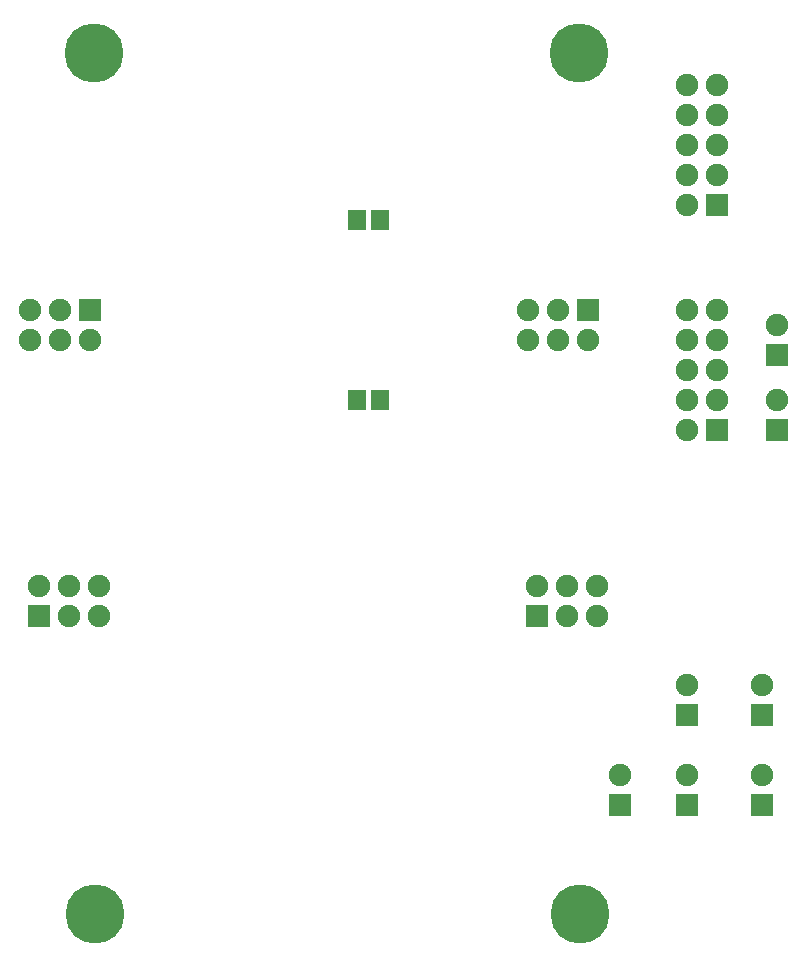
<source format=gbr>
G04 DipTrace 3.3.1.3*
G04 TopMask.gbr*
%MOIN*%
G04 #@! TF.FileFunction,Soldermask,Top*
G04 #@! TF.Part,Single*
%ADD24C,0.19685*%
%ADD29R,0.059055X0.066929*%
%ADD31C,0.074803*%
%ADD33R,0.074803X0.074803*%
%FSLAX26Y26*%
G04*
G70*
G90*
G75*
G01*
G04 TopMask*
%LPD*%
D24*
X867913Y3601339D3*
X2483150Y3601693D3*
X2485079Y729488D3*
X869252Y729173D3*
D33*
X2513845Y2743909D3*
D31*
Y2643909D3*
X2413845Y2743909D3*
Y2643909D3*
X2313845Y2743909D3*
Y2643909D3*
D33*
X2343671Y1724875D3*
D31*
Y1824875D3*
X2443671Y1724875D3*
Y1824875D3*
X2543671Y1724875D3*
Y1824875D3*
D33*
X854890Y2743161D3*
D31*
Y2643161D3*
X754890Y2743161D3*
Y2643161D3*
X654890Y2743161D3*
Y2643161D3*
D33*
X684741Y1723407D3*
D31*
Y1823407D3*
X784741Y1723407D3*
Y1823407D3*
X884741Y1723407D3*
Y1823407D3*
D33*
X2943701Y2343701D3*
D31*
X2843701D3*
X2943701Y2443701D3*
X2843701D3*
X2943701Y2543701D3*
X2843701D3*
X2943701Y2643701D3*
X2843701D3*
X2943701Y2743701D3*
X2843701D3*
D33*
X2943701Y3093701D3*
D31*
X2843701D3*
X2943701Y3193701D3*
X2843701D3*
X2943701Y3293701D3*
X2843701D3*
X2943701Y3393701D3*
X2843701D3*
X2943701Y3493701D3*
X2843701D3*
D33*
Y1393701D3*
D31*
Y1493701D3*
D33*
X3093701Y1093701D3*
D31*
Y1193701D3*
D33*
X2843701Y1093701D3*
D31*
Y1193701D3*
D33*
X3093701Y1393701D3*
D31*
Y1493701D3*
D33*
X3143701Y2593701D3*
D31*
Y2693701D3*
D33*
Y2343701D3*
D31*
Y2443701D3*
D33*
X2618701Y1093701D3*
D31*
Y1193701D3*
D29*
X1743701Y3043701D3*
X1818504D3*
X1743701Y2443701D3*
X1818504D3*
M02*

</source>
